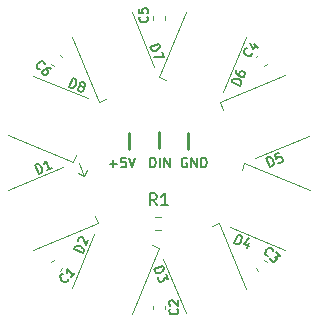
<source format=gbr>
%TF.GenerationSoftware,KiCad,Pcbnew,7.0.10*%
%TF.CreationDate,2024-04-29T22:12:33+02:00*%
%TF.ProjectId,GhostControllerLED,47686f73-7443-46f6-9e74-726f6c6c6572,rev?*%
%TF.SameCoordinates,Original*%
%TF.FileFunction,Legend,Top*%
%TF.FilePolarity,Positive*%
%FSLAX46Y46*%
G04 Gerber Fmt 4.6, Leading zero omitted, Abs format (unit mm)*
G04 Created by KiCad (PCBNEW 7.0.10) date 2024-04-29 22:12:33*
%MOMM*%
%LPD*%
G01*
G04 APERTURE LIST*
%ADD10C,0.150000*%
%ADD11C,0.100000*%
%ADD12C,0.250000*%
%ADD13C,0.175000*%
%ADD14C,0.200000*%
%ADD15C,0.120000*%
G04 APERTURE END LIST*
D10*
X41657600Y-42212998D02*
X41963747Y-41473894D01*
X41963747Y-41473894D02*
X42139724Y-41546786D01*
X42139724Y-41546786D02*
X42230732Y-41625717D01*
X42230732Y-41625717D02*
X42271966Y-41725265D01*
X42271966Y-41725265D02*
X42278004Y-41810234D01*
X42278004Y-41810234D02*
X42254886Y-41965594D01*
X42254886Y-41965594D02*
X42211151Y-42071180D01*
X42211151Y-42071180D02*
X42117642Y-42197383D01*
X42117642Y-42197383D02*
X42053289Y-42253196D01*
X42053289Y-42253196D02*
X41953742Y-42294430D01*
X41953742Y-42294430D02*
X41833577Y-42285890D01*
X41833577Y-42285890D02*
X41657600Y-42212998D01*
X42677231Y-42140535D02*
X42621419Y-42076183D01*
X42621419Y-42076183D02*
X42600802Y-42026409D01*
X42600802Y-42026409D02*
X42594763Y-41941440D01*
X42594763Y-41941440D02*
X42609341Y-41906244D01*
X42609341Y-41906244D02*
X42673694Y-41850432D01*
X42673694Y-41850432D02*
X42723468Y-41829815D01*
X42723468Y-41829815D02*
X42808437Y-41823776D01*
X42808437Y-41823776D02*
X42949218Y-41882090D01*
X42949218Y-41882090D02*
X43005031Y-41946442D01*
X43005031Y-41946442D02*
X43025648Y-41996216D01*
X43025648Y-41996216D02*
X43031686Y-42081185D01*
X43031686Y-42081185D02*
X43017108Y-42116381D01*
X43017108Y-42116381D02*
X42952756Y-42172193D01*
X42952756Y-42172193D02*
X42902982Y-42192810D01*
X42902982Y-42192810D02*
X42818013Y-42198849D01*
X42818013Y-42198849D02*
X42677231Y-42140535D01*
X42677231Y-42140535D02*
X42592262Y-42146573D01*
X42592262Y-42146573D02*
X42542488Y-42167190D01*
X42542488Y-42167190D02*
X42478136Y-42223003D01*
X42478136Y-42223003D02*
X42419822Y-42363785D01*
X42419822Y-42363785D02*
X42425861Y-42448754D01*
X42425861Y-42448754D02*
X42446478Y-42498528D01*
X42446478Y-42498528D02*
X42502290Y-42562880D01*
X42502290Y-42562880D02*
X42643072Y-42621194D01*
X42643072Y-42621194D02*
X42728041Y-42615155D01*
X42728041Y-42615155D02*
X42777815Y-42594538D01*
X42777815Y-42594538D02*
X42842167Y-42538726D01*
X42842167Y-42538726D02*
X42900481Y-42397944D01*
X42900481Y-42397944D02*
X42894442Y-42312975D01*
X42894442Y-42312975D02*
X42873825Y-42263201D01*
X42873825Y-42263201D02*
X42818013Y-42198849D01*
X48508315Y-38876697D02*
X49247418Y-38570550D01*
X49247418Y-38570550D02*
X49320310Y-38746528D01*
X49320310Y-38746528D02*
X49328850Y-38866692D01*
X49328850Y-38866692D02*
X49287616Y-38966240D01*
X49287616Y-38966240D02*
X49231804Y-39030592D01*
X49231804Y-39030592D02*
X49105601Y-39124101D01*
X49105601Y-39124101D02*
X49000014Y-39167836D01*
X49000014Y-39167836D02*
X48844654Y-39190955D01*
X48844654Y-39190955D02*
X48759685Y-39184916D01*
X48759685Y-39184916D02*
X48660138Y-39143682D01*
X48660138Y-39143682D02*
X48581207Y-39052674D01*
X48581207Y-39052674D02*
X48508315Y-38876697D01*
X49524408Y-39239263D02*
X49728506Y-39731999D01*
X49728506Y-39731999D02*
X48858197Y-39721387D01*
X56162998Y-42142399D02*
X55423894Y-41836252D01*
X55423894Y-41836252D02*
X55496786Y-41660275D01*
X55496786Y-41660275D02*
X55575717Y-41569267D01*
X55575717Y-41569267D02*
X55675265Y-41528033D01*
X55675265Y-41528033D02*
X55760234Y-41521995D01*
X55760234Y-41521995D02*
X55915594Y-41545113D01*
X55915594Y-41545113D02*
X56021180Y-41588848D01*
X56021180Y-41588848D02*
X56147383Y-41682357D01*
X56147383Y-41682357D02*
X56203196Y-41746710D01*
X56203196Y-41746710D02*
X56244430Y-41846257D01*
X56244430Y-41846257D02*
X56235890Y-41966422D01*
X56235890Y-41966422D02*
X56162998Y-42142399D01*
X55861247Y-40780390D02*
X55802933Y-40921171D01*
X55802933Y-40921171D02*
X55808972Y-41006141D01*
X55808972Y-41006141D02*
X55829589Y-41055914D01*
X55829589Y-41055914D02*
X55906018Y-41170041D01*
X55906018Y-41170041D02*
X56032221Y-41263550D01*
X56032221Y-41263550D02*
X56313785Y-41380177D01*
X56313785Y-41380177D02*
X56398754Y-41374138D01*
X56398754Y-41374138D02*
X56448528Y-41353521D01*
X56448528Y-41353521D02*
X56512880Y-41297709D01*
X56512880Y-41297709D02*
X56571194Y-41156927D01*
X56571194Y-41156927D02*
X56565155Y-41071958D01*
X56565155Y-41071958D02*
X56544538Y-41022184D01*
X56544538Y-41022184D02*
X56488726Y-40957832D01*
X56488726Y-40957832D02*
X56312748Y-40884940D01*
X56312748Y-40884940D02*
X56227779Y-40890979D01*
X56227779Y-40890979D02*
X56178005Y-40911596D01*
X56178005Y-40911596D02*
X56113653Y-40967408D01*
X56113653Y-40967408D02*
X56055340Y-41108190D01*
X56055340Y-41108190D02*
X56061378Y-41193159D01*
X56061378Y-41193159D02*
X56081995Y-41242933D01*
X56081995Y-41242933D02*
X56137807Y-41307285D01*
X58676697Y-48991684D02*
X58370550Y-48252581D01*
X58370550Y-48252581D02*
X58546528Y-48179689D01*
X58546528Y-48179689D02*
X58666692Y-48171149D01*
X58666692Y-48171149D02*
X58766240Y-48212383D01*
X58766240Y-48212383D02*
X58830592Y-48268195D01*
X58830592Y-48268195D02*
X58924101Y-48394398D01*
X58924101Y-48394398D02*
X58967836Y-48499985D01*
X58967836Y-48499985D02*
X58990955Y-48655345D01*
X58990955Y-48655345D02*
X58984916Y-48740314D01*
X58984916Y-48740314D02*
X58943682Y-48839861D01*
X58943682Y-48839861D02*
X58852674Y-48918792D01*
X58852674Y-48918792D02*
X58676697Y-48991684D01*
X59461608Y-47800650D02*
X59109654Y-47946434D01*
X59109654Y-47946434D02*
X59220243Y-48312966D01*
X59220243Y-48312966D02*
X59240860Y-48263193D01*
X59240860Y-48263193D02*
X59296672Y-48198840D01*
X59296672Y-48198840D02*
X59472649Y-48125948D01*
X59472649Y-48125948D02*
X59557619Y-48131987D01*
X59557619Y-48131987D02*
X59607392Y-48152604D01*
X59607392Y-48152604D02*
X59671745Y-48208416D01*
X59671745Y-48208416D02*
X59744637Y-48384393D01*
X59744637Y-48384393D02*
X59738598Y-48469362D01*
X59738598Y-48469362D02*
X59717981Y-48519136D01*
X59717981Y-48519136D02*
X59662169Y-48583489D01*
X59662169Y-48583489D02*
X59486192Y-48656381D01*
X59486192Y-48656381D02*
X59401222Y-48650342D01*
X59401222Y-48650342D02*
X59351449Y-48629725D01*
X55657600Y-55462998D02*
X55963747Y-54723894D01*
X55963747Y-54723894D02*
X56139724Y-54796786D01*
X56139724Y-54796786D02*
X56230732Y-54875717D01*
X56230732Y-54875717D02*
X56271966Y-54975265D01*
X56271966Y-54975265D02*
X56278004Y-55060234D01*
X56278004Y-55060234D02*
X56254886Y-55215594D01*
X56254886Y-55215594D02*
X56211151Y-55321180D01*
X56211151Y-55321180D02*
X56117642Y-55447383D01*
X56117642Y-55447383D02*
X56053289Y-55503196D01*
X56053289Y-55503196D02*
X55953742Y-55544430D01*
X55953742Y-55544430D02*
X55833577Y-55535890D01*
X55833577Y-55535890D02*
X55657600Y-55462998D01*
X56917560Y-55407615D02*
X56713462Y-55900350D01*
X56858211Y-55053159D02*
X56463557Y-55508198D01*
X56463557Y-55508198D02*
X56921098Y-55697718D01*
X48858315Y-57676697D02*
X49597418Y-57370550D01*
X49597418Y-57370550D02*
X49670310Y-57546528D01*
X49670310Y-57546528D02*
X49678850Y-57666692D01*
X49678850Y-57666692D02*
X49637616Y-57766240D01*
X49637616Y-57766240D02*
X49581804Y-57830592D01*
X49581804Y-57830592D02*
X49455601Y-57924101D01*
X49455601Y-57924101D02*
X49350014Y-57967836D01*
X49350014Y-57967836D02*
X49194654Y-57990955D01*
X49194654Y-57990955D02*
X49109685Y-57984916D01*
X49109685Y-57984916D02*
X49010138Y-57943682D01*
X49010138Y-57943682D02*
X48931207Y-57852674D01*
X48931207Y-57852674D02*
X48858315Y-57676697D01*
X49874408Y-58039263D02*
X50063928Y-58496804D01*
X50063928Y-58496804D02*
X49680316Y-58367063D01*
X49680316Y-58367063D02*
X49724051Y-58472649D01*
X49724051Y-58472649D02*
X49718012Y-58557619D01*
X49718012Y-58557619D02*
X49697395Y-58607392D01*
X49697395Y-58607392D02*
X49641583Y-58671745D01*
X49641583Y-58671745D02*
X49465606Y-58744637D01*
X49465606Y-58744637D02*
X49380637Y-58738598D01*
X49380637Y-58738598D02*
X49330863Y-58717981D01*
X49330863Y-58717981D02*
X49266510Y-58662169D01*
X49266510Y-58662169D02*
X49179040Y-58450996D01*
X49179040Y-58450996D02*
X49185079Y-58366027D01*
X49185079Y-58366027D02*
X49205696Y-58316253D01*
D11*
X42950000Y-49800000D02*
X43150000Y-49300000D01*
X42950000Y-49800000D02*
X42450000Y-49550000D01*
X42500000Y-48700000D02*
X42950000Y-49800000D01*
D10*
X42812998Y-56292399D02*
X42073894Y-55986252D01*
X42073894Y-55986252D02*
X42146786Y-55810275D01*
X42146786Y-55810275D02*
X42225717Y-55719267D01*
X42225717Y-55719267D02*
X42325265Y-55678033D01*
X42325265Y-55678033D02*
X42410234Y-55671995D01*
X42410234Y-55671995D02*
X42565594Y-55695113D01*
X42565594Y-55695113D02*
X42671180Y-55738848D01*
X42671180Y-55738848D02*
X42797383Y-55832357D01*
X42797383Y-55832357D02*
X42853196Y-55896710D01*
X42853196Y-55896710D02*
X42894430Y-55996257D01*
X42894430Y-55996257D02*
X42885890Y-56116422D01*
X42885890Y-56116422D02*
X42812998Y-56292399D01*
X42435853Y-55311501D02*
X42415236Y-55261727D01*
X42415236Y-55261727D02*
X42409198Y-55176758D01*
X42409198Y-55176758D02*
X42482090Y-55000781D01*
X42482090Y-55000781D02*
X42546442Y-54944968D01*
X42546442Y-54944968D02*
X42596216Y-54924351D01*
X42596216Y-54924351D02*
X42681185Y-54918313D01*
X42681185Y-54918313D02*
X42751576Y-54947469D01*
X42751576Y-54947469D02*
X42842584Y-55026400D01*
X42842584Y-55026400D02*
X43089988Y-55623686D01*
X43089988Y-55623686D02*
X43279507Y-55166146D01*
X39076697Y-49591684D02*
X38770550Y-48852581D01*
X38770550Y-48852581D02*
X38946528Y-48779689D01*
X38946528Y-48779689D02*
X39066692Y-48771149D01*
X39066692Y-48771149D02*
X39166240Y-48812383D01*
X39166240Y-48812383D02*
X39230592Y-48868195D01*
X39230592Y-48868195D02*
X39324101Y-48994398D01*
X39324101Y-48994398D02*
X39367836Y-49099985D01*
X39367836Y-49099985D02*
X39390955Y-49255345D01*
X39390955Y-49255345D02*
X39384916Y-49340314D01*
X39384916Y-49340314D02*
X39343682Y-49439861D01*
X39343682Y-49439861D02*
X39252674Y-49518792D01*
X39252674Y-49518792D02*
X39076697Y-49591684D01*
X40202950Y-49125175D02*
X39780605Y-49300116D01*
X39991778Y-49212645D02*
X39685631Y-48473542D01*
X39685631Y-48473542D02*
X39658976Y-48608285D01*
X39658976Y-48608285D02*
X39617742Y-48707832D01*
X39617742Y-48707832D02*
X39561929Y-48772185D01*
D12*
X51750000Y-47462500D02*
X51750000Y-46137500D01*
X46700000Y-47462500D02*
X46700000Y-46137500D01*
X49250000Y-47412500D02*
X49250000Y-46087500D01*
D13*
X51640476Y-48281090D02*
X51564286Y-48242995D01*
X51564286Y-48242995D02*
X51450000Y-48242995D01*
X51450000Y-48242995D02*
X51335714Y-48281090D01*
X51335714Y-48281090D02*
X51259524Y-48357280D01*
X51259524Y-48357280D02*
X51221429Y-48433471D01*
X51221429Y-48433471D02*
X51183333Y-48585852D01*
X51183333Y-48585852D02*
X51183333Y-48700138D01*
X51183333Y-48700138D02*
X51221429Y-48852519D01*
X51221429Y-48852519D02*
X51259524Y-48928709D01*
X51259524Y-48928709D02*
X51335714Y-49004900D01*
X51335714Y-49004900D02*
X51450000Y-49042995D01*
X51450000Y-49042995D02*
X51526191Y-49042995D01*
X51526191Y-49042995D02*
X51640476Y-49004900D01*
X51640476Y-49004900D02*
X51678572Y-48966804D01*
X51678572Y-48966804D02*
X51678572Y-48700138D01*
X51678572Y-48700138D02*
X51526191Y-48700138D01*
X52021429Y-49042995D02*
X52021429Y-48242995D01*
X52021429Y-48242995D02*
X52478572Y-49042995D01*
X52478572Y-49042995D02*
X52478572Y-48242995D01*
X52859524Y-49042995D02*
X52859524Y-48242995D01*
X52859524Y-48242995D02*
X53050000Y-48242995D01*
X53050000Y-48242995D02*
X53164286Y-48281090D01*
X53164286Y-48281090D02*
X53240476Y-48357280D01*
X53240476Y-48357280D02*
X53278571Y-48433471D01*
X53278571Y-48433471D02*
X53316667Y-48585852D01*
X53316667Y-48585852D02*
X53316667Y-48700138D01*
X53316667Y-48700138D02*
X53278571Y-48852519D01*
X53278571Y-48852519D02*
X53240476Y-48928709D01*
X53240476Y-48928709D02*
X53164286Y-49004900D01*
X53164286Y-49004900D02*
X53050000Y-49042995D01*
X53050000Y-49042995D02*
X52859524Y-49042995D01*
X48530953Y-49042995D02*
X48530953Y-48242995D01*
X48530953Y-48242995D02*
X48721429Y-48242995D01*
X48721429Y-48242995D02*
X48835715Y-48281090D01*
X48835715Y-48281090D02*
X48911905Y-48357280D01*
X48911905Y-48357280D02*
X48950000Y-48433471D01*
X48950000Y-48433471D02*
X48988096Y-48585852D01*
X48988096Y-48585852D02*
X48988096Y-48700138D01*
X48988096Y-48700138D02*
X48950000Y-48852519D01*
X48950000Y-48852519D02*
X48911905Y-48928709D01*
X48911905Y-48928709D02*
X48835715Y-49004900D01*
X48835715Y-49004900D02*
X48721429Y-49042995D01*
X48721429Y-49042995D02*
X48530953Y-49042995D01*
X49330953Y-49042995D02*
X49330953Y-48242995D01*
X49711905Y-49042995D02*
X49711905Y-48242995D01*
X49711905Y-48242995D02*
X50169048Y-49042995D01*
X50169048Y-49042995D02*
X50169048Y-48242995D01*
X45087250Y-48738233D02*
X45696774Y-48738233D01*
X45392012Y-49042995D02*
X45392012Y-48433471D01*
X46458678Y-48242995D02*
X46077726Y-48242995D01*
X46077726Y-48242995D02*
X46039630Y-48623947D01*
X46039630Y-48623947D02*
X46077726Y-48585852D01*
X46077726Y-48585852D02*
X46153916Y-48547757D01*
X46153916Y-48547757D02*
X46344392Y-48547757D01*
X46344392Y-48547757D02*
X46420583Y-48585852D01*
X46420583Y-48585852D02*
X46458678Y-48623947D01*
X46458678Y-48623947D02*
X46496773Y-48700138D01*
X46496773Y-48700138D02*
X46496773Y-48890614D01*
X46496773Y-48890614D02*
X46458678Y-48966804D01*
X46458678Y-48966804D02*
X46420583Y-49004900D01*
X46420583Y-49004900D02*
X46344392Y-49042995D01*
X46344392Y-49042995D02*
X46153916Y-49042995D01*
X46153916Y-49042995D02*
X46077726Y-49004900D01*
X46077726Y-49004900D02*
X46039630Y-48966804D01*
X46725345Y-48242995D02*
X46992012Y-49042995D01*
X46992012Y-49042995D02*
X47258678Y-48242995D01*
D14*
X49083333Y-52252219D02*
X48750000Y-51776028D01*
X48511905Y-52252219D02*
X48511905Y-51252219D01*
X48511905Y-51252219D02*
X48892857Y-51252219D01*
X48892857Y-51252219D02*
X48988095Y-51299838D01*
X48988095Y-51299838D02*
X49035714Y-51347457D01*
X49035714Y-51347457D02*
X49083333Y-51442695D01*
X49083333Y-51442695D02*
X49083333Y-51585552D01*
X49083333Y-51585552D02*
X49035714Y-51680790D01*
X49035714Y-51680790D02*
X48988095Y-51728409D01*
X48988095Y-51728409D02*
X48892857Y-51776028D01*
X48892857Y-51776028D02*
X48511905Y-51776028D01*
X50035714Y-52252219D02*
X49464286Y-52252219D01*
X49750000Y-52252219D02*
X49750000Y-51252219D01*
X49750000Y-51252219D02*
X49654762Y-51395076D01*
X49654762Y-51395076D02*
X49559524Y-51490314D01*
X49559524Y-51490314D02*
X49464286Y-51537933D01*
D10*
X41600929Y-58477706D02*
X41600929Y-58528213D01*
X41600929Y-58528213D02*
X41550421Y-58629229D01*
X41550421Y-58629229D02*
X41499914Y-58679736D01*
X41499914Y-58679736D02*
X41398898Y-58730244D01*
X41398898Y-58730244D02*
X41297883Y-58730244D01*
X41297883Y-58730244D02*
X41222122Y-58704990D01*
X41222122Y-58704990D02*
X41095853Y-58629229D01*
X41095853Y-58629229D02*
X41020091Y-58553467D01*
X41020091Y-58553467D02*
X40944330Y-58427198D01*
X40944330Y-58427198D02*
X40919076Y-58351437D01*
X40919076Y-58351437D02*
X40919076Y-58250421D01*
X40919076Y-58250421D02*
X40969583Y-58149406D01*
X40969583Y-58149406D02*
X41020091Y-58098898D01*
X41020091Y-58098898D02*
X41121106Y-58048391D01*
X41121106Y-58048391D02*
X41171614Y-58048391D01*
X42156513Y-58023137D02*
X41853467Y-58326183D01*
X42004990Y-58174660D02*
X41474660Y-57644330D01*
X41474660Y-57644330D02*
X41499914Y-57770599D01*
X41499914Y-57770599D02*
X41499914Y-57871614D01*
X41499914Y-57871614D02*
X41474660Y-57947376D01*
X58522294Y-56550929D02*
X58471787Y-56550929D01*
X58471787Y-56550929D02*
X58370771Y-56500421D01*
X58370771Y-56500421D02*
X58320264Y-56449914D01*
X58320264Y-56449914D02*
X58269756Y-56348898D01*
X58269756Y-56348898D02*
X58269756Y-56247883D01*
X58269756Y-56247883D02*
X58295010Y-56172122D01*
X58295010Y-56172122D02*
X58370771Y-56045853D01*
X58370771Y-56045853D02*
X58446533Y-55970091D01*
X58446533Y-55970091D02*
X58572802Y-55894330D01*
X58572802Y-55894330D02*
X58648563Y-55869076D01*
X58648563Y-55869076D02*
X58749579Y-55869076D01*
X58749579Y-55869076D02*
X58850594Y-55919583D01*
X58850594Y-55919583D02*
X58901102Y-55970091D01*
X58901102Y-55970091D02*
X58951609Y-56071106D01*
X58951609Y-56071106D02*
X58951609Y-56121614D01*
X59178893Y-56247883D02*
X59507193Y-56576183D01*
X59507193Y-56576183D02*
X59128386Y-56601436D01*
X59128386Y-56601436D02*
X59204147Y-56677198D01*
X59204147Y-56677198D02*
X59229401Y-56752959D01*
X59229401Y-56752959D02*
X59229401Y-56803467D01*
X59229401Y-56803467D02*
X59204147Y-56879228D01*
X59204147Y-56879228D02*
X59077878Y-57005497D01*
X59077878Y-57005497D02*
X59002117Y-57030751D01*
X59002117Y-57030751D02*
X58951609Y-57030751D01*
X58951609Y-57030751D02*
X58875848Y-57005497D01*
X58875848Y-57005497D02*
X58724325Y-56853975D01*
X58724325Y-56853975D02*
X58699071Y-56778213D01*
X58699071Y-56778213D02*
X58699071Y-56727705D01*
X39172293Y-40750930D02*
X39121786Y-40750930D01*
X39121786Y-40750930D02*
X39020770Y-40700422D01*
X39020770Y-40700422D02*
X38970263Y-40649915D01*
X38970263Y-40649915D02*
X38919755Y-40548899D01*
X38919755Y-40548899D02*
X38919755Y-40447884D01*
X38919755Y-40447884D02*
X38945009Y-40372123D01*
X38945009Y-40372123D02*
X39020770Y-40245854D01*
X39020770Y-40245854D02*
X39096532Y-40170092D01*
X39096532Y-40170092D02*
X39222801Y-40094331D01*
X39222801Y-40094331D02*
X39298562Y-40069077D01*
X39298562Y-40069077D02*
X39399578Y-40069077D01*
X39399578Y-40069077D02*
X39500593Y-40119584D01*
X39500593Y-40119584D02*
X39551101Y-40170092D01*
X39551101Y-40170092D02*
X39601608Y-40271107D01*
X39601608Y-40271107D02*
X39601608Y-40321615D01*
X40106684Y-40725676D02*
X40005669Y-40624661D01*
X40005669Y-40624661D02*
X39929908Y-40599407D01*
X39929908Y-40599407D02*
X39879400Y-40599407D01*
X39879400Y-40599407D02*
X39753131Y-40624661D01*
X39753131Y-40624661D02*
X39626862Y-40700422D01*
X39626862Y-40700422D02*
X39424831Y-40902453D01*
X39424831Y-40902453D02*
X39399578Y-40978214D01*
X39399578Y-40978214D02*
X39399578Y-41028722D01*
X39399578Y-41028722D02*
X39424831Y-41104483D01*
X39424831Y-41104483D02*
X39525847Y-41205498D01*
X39525847Y-41205498D02*
X39601608Y-41230752D01*
X39601608Y-41230752D02*
X39652116Y-41230752D01*
X39652116Y-41230752D02*
X39727877Y-41205498D01*
X39727877Y-41205498D02*
X39854146Y-41079229D01*
X39854146Y-41079229D02*
X39879400Y-41003468D01*
X39879400Y-41003468D02*
X39879400Y-40952960D01*
X39879400Y-40952960D02*
X39854146Y-40877199D01*
X39854146Y-40877199D02*
X39753131Y-40776184D01*
X39753131Y-40776184D02*
X39677370Y-40750930D01*
X39677370Y-40750930D02*
X39626862Y-40750930D01*
X39626862Y-40750930D02*
X39551101Y-40776184D01*
X48267735Y-36275000D02*
X48303450Y-36310714D01*
X48303450Y-36310714D02*
X48339164Y-36417857D01*
X48339164Y-36417857D02*
X48339164Y-36489285D01*
X48339164Y-36489285D02*
X48303450Y-36596428D01*
X48303450Y-36596428D02*
X48232021Y-36667857D01*
X48232021Y-36667857D02*
X48160592Y-36703571D01*
X48160592Y-36703571D02*
X48017735Y-36739285D01*
X48017735Y-36739285D02*
X47910592Y-36739285D01*
X47910592Y-36739285D02*
X47767735Y-36703571D01*
X47767735Y-36703571D02*
X47696307Y-36667857D01*
X47696307Y-36667857D02*
X47624878Y-36596428D01*
X47624878Y-36596428D02*
X47589164Y-36489285D01*
X47589164Y-36489285D02*
X47589164Y-36417857D01*
X47589164Y-36417857D02*
X47624878Y-36310714D01*
X47624878Y-36310714D02*
X47660592Y-36275000D01*
X47589164Y-35596428D02*
X47589164Y-35953571D01*
X47589164Y-35953571D02*
X47946307Y-35989285D01*
X47946307Y-35989285D02*
X47910592Y-35953571D01*
X47910592Y-35953571D02*
X47874878Y-35882143D01*
X47874878Y-35882143D02*
X47874878Y-35703571D01*
X47874878Y-35703571D02*
X47910592Y-35632143D01*
X47910592Y-35632143D02*
X47946307Y-35596428D01*
X47946307Y-35596428D02*
X48017735Y-35560714D01*
X48017735Y-35560714D02*
X48196307Y-35560714D01*
X48196307Y-35560714D02*
X48267735Y-35596428D01*
X48267735Y-35596428D02*
X48303450Y-35632143D01*
X48303450Y-35632143D02*
X48339164Y-35703571D01*
X48339164Y-35703571D02*
X48339164Y-35882143D01*
X48339164Y-35882143D02*
X48303450Y-35953571D01*
X48303450Y-35953571D02*
X48267735Y-35989285D01*
X50817735Y-61025000D02*
X50853450Y-61060714D01*
X50853450Y-61060714D02*
X50889164Y-61167857D01*
X50889164Y-61167857D02*
X50889164Y-61239285D01*
X50889164Y-61239285D02*
X50853450Y-61346428D01*
X50853450Y-61346428D02*
X50782021Y-61417857D01*
X50782021Y-61417857D02*
X50710592Y-61453571D01*
X50710592Y-61453571D02*
X50567735Y-61489285D01*
X50567735Y-61489285D02*
X50460592Y-61489285D01*
X50460592Y-61489285D02*
X50317735Y-61453571D01*
X50317735Y-61453571D02*
X50246307Y-61417857D01*
X50246307Y-61417857D02*
X50174878Y-61346428D01*
X50174878Y-61346428D02*
X50139164Y-61239285D01*
X50139164Y-61239285D02*
X50139164Y-61167857D01*
X50139164Y-61167857D02*
X50174878Y-61060714D01*
X50174878Y-61060714D02*
X50210592Y-61025000D01*
X50210592Y-60739285D02*
X50174878Y-60703571D01*
X50174878Y-60703571D02*
X50139164Y-60632143D01*
X50139164Y-60632143D02*
X50139164Y-60453571D01*
X50139164Y-60453571D02*
X50174878Y-60382143D01*
X50174878Y-60382143D02*
X50210592Y-60346428D01*
X50210592Y-60346428D02*
X50282021Y-60310714D01*
X50282021Y-60310714D02*
X50353450Y-60310714D01*
X50353450Y-60310714D02*
X50460592Y-60346428D01*
X50460592Y-60346428D02*
X50889164Y-60775000D01*
X50889164Y-60775000D02*
X50889164Y-60310714D01*
X57150929Y-39377706D02*
X57150929Y-39428213D01*
X57150929Y-39428213D02*
X57100421Y-39529229D01*
X57100421Y-39529229D02*
X57049914Y-39579736D01*
X57049914Y-39579736D02*
X56948898Y-39630244D01*
X56948898Y-39630244D02*
X56847883Y-39630244D01*
X56847883Y-39630244D02*
X56772122Y-39604990D01*
X56772122Y-39604990D02*
X56645853Y-39529229D01*
X56645853Y-39529229D02*
X56570091Y-39453467D01*
X56570091Y-39453467D02*
X56494330Y-39327198D01*
X56494330Y-39327198D02*
X56469076Y-39251437D01*
X56469076Y-39251437D02*
X56469076Y-39150421D01*
X56469076Y-39150421D02*
X56519583Y-39049406D01*
X56519583Y-39049406D02*
X56570091Y-38998898D01*
X56570091Y-38998898D02*
X56671106Y-38948391D01*
X56671106Y-38948391D02*
X56721614Y-38948391D01*
X57302452Y-38620091D02*
X57656005Y-38973645D01*
X56974152Y-38544330D02*
X57226690Y-39049406D01*
X57226690Y-39049406D02*
X57554990Y-38721107D01*
D11*
%TO.C,D3*%
X49654148Y-56770061D02*
X51567565Y-61389458D01*
X53771414Y-54036360D02*
X54371936Y-53787616D01*
X54371936Y-53787616D02*
X56658469Y-59307796D01*
%TO.C,1*%
X41147224Y-49036863D02*
X36527827Y-50950280D01*
X43880925Y-53154129D02*
X44129669Y-53754651D01*
X44129669Y-53754651D02*
X38609489Y-56041184D01*
D15*
%TO.C,R1*%
X48962742Y-53283566D02*
X49437258Y-53283566D01*
X48962742Y-54328566D02*
X49437258Y-54328566D01*
D11*
%TO.C,D4*%
X55282587Y-54118200D02*
X59901984Y-56031617D01*
X56260916Y-49273835D02*
X56509660Y-48673313D01*
X56509660Y-48673313D02*
X62029840Y-50959847D01*
D15*
%TO.C,C1*%
X41065255Y-57573279D02*
X40866444Y-57772090D01*
X40344006Y-56852030D02*
X40145195Y-57050841D01*
%TO.C,C3*%
X58190564Y-56852030D02*
X58389375Y-57050841D01*
X57469315Y-57573279D02*
X57668126Y-57772090D01*
%TO.C,C6*%
X40344006Y-40447970D02*
X40145195Y-40249159D01*
X41065255Y-39726721D02*
X40866444Y-39527910D01*
D11*
%TO.C,D7*%
X48880422Y-40529939D02*
X46967005Y-35910542D01*
X44763156Y-43263640D02*
X44162634Y-43512384D01*
X44162634Y-43512384D02*
X41876101Y-37992204D01*
D15*
%TO.C,C5*%
X48757285Y-36540580D02*
X48757285Y-36259420D01*
X49777285Y-36540580D02*
X49777285Y-36259420D01*
%TO.C,C2*%
X49777285Y-60759420D02*
X49777285Y-61040580D01*
X48757285Y-60759420D02*
X48757285Y-61040580D01*
D11*
%TO.C,D6*%
X54735485Y-42634698D02*
X56648902Y-38015301D01*
X49891120Y-41656369D02*
X49290598Y-41407625D01*
X49290598Y-41407625D02*
X51577132Y-35887445D01*
%TO.C,D8*%
X43251983Y-43181800D02*
X38632586Y-41268383D01*
X42273654Y-48026165D02*
X42024910Y-48626687D01*
X42024910Y-48626687D02*
X36504730Y-46340153D01*
%TO.C,D2*%
X43799085Y-54665302D02*
X41885668Y-59284699D01*
X48643450Y-55643631D02*
X49243972Y-55892375D01*
X49243972Y-55892375D02*
X46957438Y-61412555D01*
%TO.C,D5*%
X57387346Y-48263137D02*
X62006743Y-46349720D01*
X54653645Y-44145871D02*
X54404901Y-43545349D01*
X54404901Y-43545349D02*
X59925081Y-41258816D01*
D15*
%TO.C,C4*%
X57469315Y-39726721D02*
X57668126Y-39527910D01*
X58190564Y-40447970D02*
X58389375Y-40249159D01*
%TD*%
M02*

</source>
